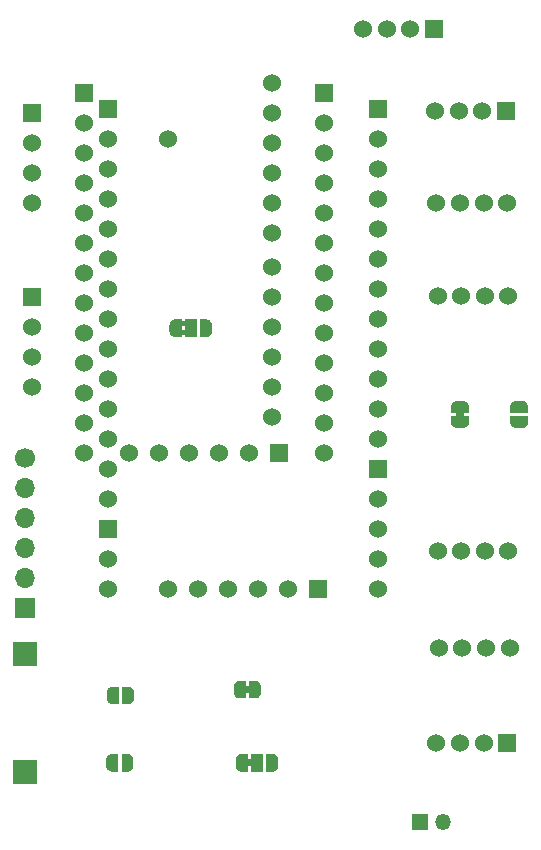
<source format=gbs>
G04 #@! TF.GenerationSoftware,KiCad,Pcbnew,(5.0.0-3-g5ebb6b6)*
G04 #@! TF.CreationDate,2018-08-17T21:51:14+02:00*
G04 #@! TF.ProjectId,beep-pcb-v1.4-in-cover,626565702D7063622D76312E342D696E,rev?*
G04 #@! TF.SameCoordinates,Original*
G04 #@! TF.FileFunction,Soldermask,Bot*
G04 #@! TF.FilePolarity,Negative*
%FSLAX46Y46*%
G04 Gerber Fmt 4.6, Leading zero omitted, Abs format (unit mm)*
G04 Created by KiCad (PCBNEW (5.0.0-3-g5ebb6b6)) date 2018 August 17, Friday 21:51:14*
%MOMM*%
%LPD*%
G01*
G04 APERTURE LIST*
%ADD10R,1.524000X1.524000*%
%ADD11C,1.524000*%
%ADD12C,0.500000*%
%ADD13C,0.100000*%
%ADD14R,1.700000X1.700000*%
%ADD15O,1.700000X1.700000*%
%ADD16C,1.700000*%
%ADD17R,1.000000X1.500000*%
%ADD18R,1.998980X1.998980*%
%ADD19O,1.350000X1.350000*%
%ADD20R,1.350000X1.350000*%
G04 APERTURE END LIST*
D10*
G04 #@! TO.C,U2*
X79965000Y-91780000D03*
D11*
X79965000Y-94320000D03*
X79965000Y-96860000D03*
X79965000Y-99400000D03*
X100330000Y-101940000D03*
X100330000Y-99400000D03*
X100330000Y-96860000D03*
X100330000Y-94320000D03*
X100330000Y-91780000D03*
X100330000Y-89240000D03*
G04 #@! TD*
D10*
G04 #@! TO.C,U3*
X79965000Y-76200000D03*
D11*
X79965000Y-78740000D03*
X79965000Y-81280000D03*
X79965000Y-83820000D03*
X100330000Y-86360000D03*
X100330000Y-83820000D03*
X100330000Y-81280000D03*
X100330000Y-78740000D03*
X100330000Y-76200000D03*
X100330000Y-73660000D03*
G04 #@! TD*
D12*
G04 #@! TO.C,JP2*
X121230000Y-102390000D03*
D13*
G36*
X121980000Y-101890000D02*
X121980000Y-102390000D01*
X121979398Y-102390000D01*
X121979398Y-102414534D01*
X121974588Y-102463365D01*
X121965016Y-102511490D01*
X121950772Y-102558445D01*
X121931995Y-102603778D01*
X121908864Y-102647051D01*
X121881604Y-102687850D01*
X121850476Y-102725779D01*
X121815779Y-102760476D01*
X121777850Y-102791604D01*
X121737051Y-102818864D01*
X121693778Y-102841995D01*
X121648445Y-102860772D01*
X121601490Y-102875016D01*
X121553365Y-102884588D01*
X121504534Y-102889398D01*
X121480000Y-102889398D01*
X121480000Y-102890000D01*
X120980000Y-102890000D01*
X120980000Y-102889398D01*
X120955466Y-102889398D01*
X120906635Y-102884588D01*
X120858510Y-102875016D01*
X120811555Y-102860772D01*
X120766222Y-102841995D01*
X120722949Y-102818864D01*
X120682150Y-102791604D01*
X120644221Y-102760476D01*
X120609524Y-102725779D01*
X120578396Y-102687850D01*
X120551136Y-102647051D01*
X120528005Y-102603778D01*
X120509228Y-102558445D01*
X120494984Y-102511490D01*
X120485412Y-102463365D01*
X120480602Y-102414534D01*
X120480602Y-102390000D01*
X120480000Y-102390000D01*
X120480000Y-101890000D01*
X121980000Y-101890000D01*
X121980000Y-101890000D01*
G37*
D12*
X121230000Y-101090000D03*
D13*
G36*
X120480602Y-101090000D02*
X120480602Y-101065466D01*
X120485412Y-101016635D01*
X120494984Y-100968510D01*
X120509228Y-100921555D01*
X120528005Y-100876222D01*
X120551136Y-100832949D01*
X120578396Y-100792150D01*
X120609524Y-100754221D01*
X120644221Y-100719524D01*
X120682150Y-100688396D01*
X120722949Y-100661136D01*
X120766222Y-100638005D01*
X120811555Y-100619228D01*
X120858510Y-100604984D01*
X120906635Y-100595412D01*
X120955466Y-100590602D01*
X120980000Y-100590602D01*
X120980000Y-100590000D01*
X121480000Y-100590000D01*
X121480000Y-100590602D01*
X121504534Y-100590602D01*
X121553365Y-100595412D01*
X121601490Y-100604984D01*
X121648445Y-100619228D01*
X121693778Y-100638005D01*
X121737051Y-100661136D01*
X121777850Y-100688396D01*
X121815779Y-100719524D01*
X121850476Y-100754221D01*
X121881604Y-100792150D01*
X121908864Y-100832949D01*
X121931995Y-100876222D01*
X121950772Y-100921555D01*
X121965016Y-100968510D01*
X121974588Y-101016635D01*
X121979398Y-101065466D01*
X121979398Y-101090000D01*
X121980000Y-101090000D01*
X121980000Y-101590000D01*
X120480000Y-101590000D01*
X120480000Y-101090000D01*
X120480602Y-101090000D01*
X120480602Y-101090000D01*
G37*
G04 #@! TD*
D10*
G04 #@! TO.C,J2*
X120230000Y-129540000D03*
D11*
X118230000Y-129540000D03*
X116230000Y-129540000D03*
X114230000Y-129540000D03*
G04 #@! TD*
G04 #@! TO.C,J3*
X120230000Y-83840000D03*
X118230000Y-83840000D03*
X116230000Y-83840000D03*
X114230000Y-83840000D03*
G04 #@! TD*
G04 #@! TO.C,J4*
X114430000Y-121540000D03*
X116430000Y-121540000D03*
X118430000Y-121540000D03*
X120430000Y-121540000D03*
G04 #@! TD*
D14*
G04 #@! TO.C,J5*
X79375000Y-118110000D03*
D15*
X79375000Y-115570000D03*
X79375000Y-113030000D03*
X79375000Y-110490000D03*
X79375000Y-107950000D03*
D16*
X79375000Y-105410000D03*
G04 #@! TD*
D11*
G04 #@! TO.C,J6*
X120330000Y-91740000D03*
X118330000Y-91740000D03*
X116330000Y-91740000D03*
X114330000Y-91740000D03*
G04 #@! TD*
G04 #@! TO.C,J7*
X120330000Y-113340000D03*
X118330000Y-113340000D03*
X116330000Y-113340000D03*
X114330000Y-113340000D03*
G04 #@! TD*
G04 #@! TO.C,J8*
X108030000Y-69140000D03*
X110030000Y-69140000D03*
X112030000Y-69140000D03*
D10*
X114030000Y-69140000D03*
G04 #@! TD*
G04 #@! TO.C,J9*
X120130000Y-76040000D03*
D11*
X118130000Y-76040000D03*
X116130000Y-76040000D03*
X114130000Y-76040000D03*
G04 #@! TD*
G04 #@! TO.C,U1*
X84420000Y-105015000D03*
X84420000Y-102475000D03*
X84420000Y-99935000D03*
X84420000Y-97395000D03*
X84420000Y-94855000D03*
X84420000Y-92315000D03*
X84420000Y-89775000D03*
X84420000Y-87235000D03*
X84420000Y-84695000D03*
X84420000Y-82155000D03*
X84420000Y-79615000D03*
X84420000Y-77075000D03*
D10*
X84420000Y-74535000D03*
D11*
X104740000Y-105015000D03*
X104740000Y-102475000D03*
X104740000Y-99935000D03*
X104740000Y-97395000D03*
X104740000Y-94855000D03*
X104740000Y-92315000D03*
X104740000Y-89775000D03*
X104740000Y-87235000D03*
X104740000Y-84695000D03*
X104740000Y-82155000D03*
X104740000Y-79615000D03*
X104740000Y-77075000D03*
D10*
X104740000Y-74535000D03*
X100930000Y-105015000D03*
D11*
X98390000Y-105015000D03*
X95850000Y-105015000D03*
X93310000Y-105015000D03*
X90770000Y-105015000D03*
X88230000Y-105015000D03*
G04 #@! TD*
D10*
G04 #@! TO.C,U4*
X86390000Y-75870000D03*
D11*
X86390000Y-78410000D03*
X86390000Y-80950000D03*
X86390000Y-83490000D03*
X86390000Y-86030000D03*
X86390000Y-88570000D03*
X86390000Y-91110000D03*
X86390000Y-93650000D03*
X86390000Y-96190000D03*
X86390000Y-98730000D03*
X86390000Y-101270000D03*
X86390000Y-103810000D03*
X86390000Y-106350000D03*
X86390000Y-108890000D03*
D10*
X86390000Y-111430000D03*
D11*
X86390000Y-113970000D03*
X86390000Y-116510000D03*
X91470000Y-116510000D03*
X94010000Y-116510000D03*
X96550000Y-116510000D03*
X99090000Y-116510000D03*
X101630000Y-116510000D03*
D10*
X104170000Y-116510000D03*
D11*
X109250000Y-116510000D03*
X109250000Y-113970000D03*
X109250000Y-111430000D03*
X109250000Y-108890000D03*
D10*
X109250000Y-106350000D03*
D11*
X109250000Y-103810000D03*
X109250000Y-101270000D03*
X109250000Y-98730000D03*
X109250000Y-96190000D03*
X109250000Y-93650000D03*
X109250000Y-91110000D03*
X109250000Y-88570000D03*
X109250000Y-86030000D03*
X109250000Y-83490000D03*
X109250000Y-80950000D03*
X109250000Y-78410000D03*
D10*
X109250000Y-75870000D03*
D11*
X91470000Y-78410000D03*
G04 #@! TD*
D12*
G04 #@! TO.C,JP1*
X116230000Y-102390000D03*
D13*
G36*
X115930000Y-101890000D02*
X115930000Y-101490000D01*
X116530000Y-101490000D01*
X116530000Y-101890000D01*
X116980000Y-101890000D01*
X116980000Y-102390000D01*
X116979398Y-102390000D01*
X116979398Y-102414534D01*
X116974588Y-102463365D01*
X116965016Y-102511490D01*
X116950772Y-102558445D01*
X116931995Y-102603778D01*
X116908864Y-102647051D01*
X116881604Y-102687850D01*
X116850476Y-102725779D01*
X116815779Y-102760476D01*
X116777850Y-102791604D01*
X116737051Y-102818864D01*
X116693778Y-102841995D01*
X116648445Y-102860772D01*
X116601490Y-102875016D01*
X116553365Y-102884588D01*
X116504534Y-102889398D01*
X116480000Y-102889398D01*
X116480000Y-102890000D01*
X115980000Y-102890000D01*
X115980000Y-102889398D01*
X115955466Y-102889398D01*
X115906635Y-102884588D01*
X115858510Y-102875016D01*
X115811555Y-102860772D01*
X115766222Y-102841995D01*
X115722949Y-102818864D01*
X115682150Y-102791604D01*
X115644221Y-102760476D01*
X115609524Y-102725779D01*
X115578396Y-102687850D01*
X115551136Y-102647051D01*
X115528005Y-102603778D01*
X115509228Y-102558445D01*
X115494984Y-102511490D01*
X115485412Y-102463365D01*
X115480602Y-102414534D01*
X115480602Y-102390000D01*
X115480000Y-102390000D01*
X115480000Y-101890000D01*
X115930000Y-101890000D01*
X115930000Y-101890000D01*
G37*
D12*
X116230000Y-101090000D03*
D13*
G36*
X115480602Y-101090000D02*
X115480602Y-101065466D01*
X115485412Y-101016635D01*
X115494984Y-100968510D01*
X115509228Y-100921555D01*
X115528005Y-100876222D01*
X115551136Y-100832949D01*
X115578396Y-100792150D01*
X115609524Y-100754221D01*
X115644221Y-100719524D01*
X115682150Y-100688396D01*
X115722949Y-100661136D01*
X115766222Y-100638005D01*
X115811555Y-100619228D01*
X115858510Y-100604984D01*
X115906635Y-100595412D01*
X115955466Y-100590602D01*
X115980000Y-100590602D01*
X115980000Y-100590000D01*
X116480000Y-100590000D01*
X116480000Y-100590602D01*
X116504534Y-100590602D01*
X116553365Y-100595412D01*
X116601490Y-100604984D01*
X116648445Y-100619228D01*
X116693778Y-100638005D01*
X116737051Y-100661136D01*
X116777850Y-100688396D01*
X116815779Y-100719524D01*
X116850476Y-100754221D01*
X116881604Y-100792150D01*
X116908864Y-100832949D01*
X116931995Y-100876222D01*
X116950772Y-100921555D01*
X116965016Y-100968510D01*
X116974588Y-101016635D01*
X116979398Y-101065466D01*
X116979398Y-101090000D01*
X116980000Y-101090000D01*
X116980000Y-101590000D01*
X115480000Y-101590000D01*
X115480000Y-101090000D01*
X115480602Y-101090000D01*
X115480602Y-101090000D01*
G37*
G04 #@! TD*
D12*
G04 #@! TO.C,JP3*
X86780000Y-131240000D03*
D13*
G36*
X87280000Y-131990000D02*
X86780000Y-131990000D01*
X86780000Y-131989398D01*
X86755466Y-131989398D01*
X86706635Y-131984588D01*
X86658510Y-131975016D01*
X86611555Y-131960772D01*
X86566222Y-131941995D01*
X86522949Y-131918864D01*
X86482150Y-131891604D01*
X86444221Y-131860476D01*
X86409524Y-131825779D01*
X86378396Y-131787850D01*
X86351136Y-131747051D01*
X86328005Y-131703778D01*
X86309228Y-131658445D01*
X86294984Y-131611490D01*
X86285412Y-131563365D01*
X86280602Y-131514534D01*
X86280602Y-131490000D01*
X86280000Y-131490000D01*
X86280000Y-130990000D01*
X86280602Y-130990000D01*
X86280602Y-130965466D01*
X86285412Y-130916635D01*
X86294984Y-130868510D01*
X86309228Y-130821555D01*
X86328005Y-130776222D01*
X86351136Y-130732949D01*
X86378396Y-130692150D01*
X86409524Y-130654221D01*
X86444221Y-130619524D01*
X86482150Y-130588396D01*
X86522949Y-130561136D01*
X86566222Y-130538005D01*
X86611555Y-130519228D01*
X86658510Y-130504984D01*
X86706635Y-130495412D01*
X86755466Y-130490602D01*
X86780000Y-130490602D01*
X86780000Y-130490000D01*
X87280000Y-130490000D01*
X87280000Y-131990000D01*
X87280000Y-131990000D01*
G37*
D12*
X88080000Y-131240000D03*
D13*
G36*
X88080000Y-130490602D02*
X88104534Y-130490602D01*
X88153365Y-130495412D01*
X88201490Y-130504984D01*
X88248445Y-130519228D01*
X88293778Y-130538005D01*
X88337051Y-130561136D01*
X88377850Y-130588396D01*
X88415779Y-130619524D01*
X88450476Y-130654221D01*
X88481604Y-130692150D01*
X88508864Y-130732949D01*
X88531995Y-130776222D01*
X88550772Y-130821555D01*
X88565016Y-130868510D01*
X88574588Y-130916635D01*
X88579398Y-130965466D01*
X88579398Y-130990000D01*
X88580000Y-130990000D01*
X88580000Y-131490000D01*
X88579398Y-131490000D01*
X88579398Y-131514534D01*
X88574588Y-131563365D01*
X88565016Y-131611490D01*
X88550772Y-131658445D01*
X88531995Y-131703778D01*
X88508864Y-131747051D01*
X88481604Y-131787850D01*
X88450476Y-131825779D01*
X88415779Y-131860476D01*
X88377850Y-131891604D01*
X88337051Y-131918864D01*
X88293778Y-131941995D01*
X88248445Y-131960772D01*
X88201490Y-131975016D01*
X88153365Y-131984588D01*
X88104534Y-131989398D01*
X88080000Y-131989398D01*
X88080000Y-131990000D01*
X87580000Y-131990000D01*
X87580000Y-130490000D01*
X88080000Y-130490000D01*
X88080000Y-130490602D01*
X88080000Y-130490602D01*
G37*
G04 #@! TD*
D12*
G04 #@! TO.C,JP4*
X88130000Y-125540000D03*
D13*
G36*
X88130000Y-124790602D02*
X88154534Y-124790602D01*
X88203365Y-124795412D01*
X88251490Y-124804984D01*
X88298445Y-124819228D01*
X88343778Y-124838005D01*
X88387051Y-124861136D01*
X88427850Y-124888396D01*
X88465779Y-124919524D01*
X88500476Y-124954221D01*
X88531604Y-124992150D01*
X88558864Y-125032949D01*
X88581995Y-125076222D01*
X88600772Y-125121555D01*
X88615016Y-125168510D01*
X88624588Y-125216635D01*
X88629398Y-125265466D01*
X88629398Y-125290000D01*
X88630000Y-125290000D01*
X88630000Y-125790000D01*
X88629398Y-125790000D01*
X88629398Y-125814534D01*
X88624588Y-125863365D01*
X88615016Y-125911490D01*
X88600772Y-125958445D01*
X88581995Y-126003778D01*
X88558864Y-126047051D01*
X88531604Y-126087850D01*
X88500476Y-126125779D01*
X88465779Y-126160476D01*
X88427850Y-126191604D01*
X88387051Y-126218864D01*
X88343778Y-126241995D01*
X88298445Y-126260772D01*
X88251490Y-126275016D01*
X88203365Y-126284588D01*
X88154534Y-126289398D01*
X88130000Y-126289398D01*
X88130000Y-126290000D01*
X87630000Y-126290000D01*
X87630000Y-124790000D01*
X88130000Y-124790000D01*
X88130000Y-124790602D01*
X88130000Y-124790602D01*
G37*
D12*
X86830000Y-125540000D03*
D13*
G36*
X87330000Y-126290000D02*
X86830000Y-126290000D01*
X86830000Y-126289398D01*
X86805466Y-126289398D01*
X86756635Y-126284588D01*
X86708510Y-126275016D01*
X86661555Y-126260772D01*
X86616222Y-126241995D01*
X86572949Y-126218864D01*
X86532150Y-126191604D01*
X86494221Y-126160476D01*
X86459524Y-126125779D01*
X86428396Y-126087850D01*
X86401136Y-126047051D01*
X86378005Y-126003778D01*
X86359228Y-125958445D01*
X86344984Y-125911490D01*
X86335412Y-125863365D01*
X86330602Y-125814534D01*
X86330602Y-125790000D01*
X86330000Y-125790000D01*
X86330000Y-125290000D01*
X86330602Y-125290000D01*
X86330602Y-125265466D01*
X86335412Y-125216635D01*
X86344984Y-125168510D01*
X86359228Y-125121555D01*
X86378005Y-125076222D01*
X86401136Y-125032949D01*
X86428396Y-124992150D01*
X86459524Y-124954221D01*
X86494221Y-124919524D01*
X86532150Y-124888396D01*
X86572949Y-124861136D01*
X86616222Y-124838005D01*
X86661555Y-124819228D01*
X86708510Y-124804984D01*
X86756635Y-124795412D01*
X86805466Y-124790602D01*
X86830000Y-124790602D01*
X86830000Y-124790000D01*
X87330000Y-124790000D01*
X87330000Y-126290000D01*
X87330000Y-126290000D01*
G37*
G04 #@! TD*
D12*
G04 #@! TO.C,JP5*
X97580000Y-125040000D03*
D13*
G36*
X97580000Y-125789398D02*
X97555466Y-125789398D01*
X97506635Y-125784588D01*
X97458510Y-125775016D01*
X97411555Y-125760772D01*
X97366222Y-125741995D01*
X97322949Y-125718864D01*
X97282150Y-125691604D01*
X97244221Y-125660476D01*
X97209524Y-125625779D01*
X97178396Y-125587850D01*
X97151136Y-125547051D01*
X97128005Y-125503778D01*
X97109228Y-125458445D01*
X97094984Y-125411490D01*
X97085412Y-125363365D01*
X97080602Y-125314534D01*
X97080602Y-125290000D01*
X97080000Y-125290000D01*
X97080000Y-124790000D01*
X97080602Y-124790000D01*
X97080602Y-124765466D01*
X97085412Y-124716635D01*
X97094984Y-124668510D01*
X97109228Y-124621555D01*
X97128005Y-124576222D01*
X97151136Y-124532949D01*
X97178396Y-124492150D01*
X97209524Y-124454221D01*
X97244221Y-124419524D01*
X97282150Y-124388396D01*
X97322949Y-124361136D01*
X97366222Y-124338005D01*
X97411555Y-124319228D01*
X97458510Y-124304984D01*
X97506635Y-124295412D01*
X97555466Y-124290602D01*
X97580000Y-124290602D01*
X97580000Y-124290000D01*
X98080000Y-124290000D01*
X98080000Y-125790000D01*
X97580000Y-125790000D01*
X97580000Y-125789398D01*
X97580000Y-125789398D01*
G37*
D12*
X98880000Y-125040000D03*
D13*
G36*
X98380000Y-125340000D02*
X97980000Y-125340000D01*
X97980000Y-124740000D01*
X98380000Y-124740000D01*
X98380000Y-124290000D01*
X98880000Y-124290000D01*
X98880000Y-124290602D01*
X98904534Y-124290602D01*
X98953365Y-124295412D01*
X99001490Y-124304984D01*
X99048445Y-124319228D01*
X99093778Y-124338005D01*
X99137051Y-124361136D01*
X99177850Y-124388396D01*
X99215779Y-124419524D01*
X99250476Y-124454221D01*
X99281604Y-124492150D01*
X99308864Y-124532949D01*
X99331995Y-124576222D01*
X99350772Y-124621555D01*
X99365016Y-124668510D01*
X99374588Y-124716635D01*
X99379398Y-124765466D01*
X99379398Y-124790000D01*
X99380000Y-124790000D01*
X99380000Y-125290000D01*
X99379398Y-125290000D01*
X99379398Y-125314534D01*
X99374588Y-125363365D01*
X99365016Y-125411490D01*
X99350772Y-125458445D01*
X99331995Y-125503778D01*
X99308864Y-125547051D01*
X99281604Y-125587850D01*
X99250476Y-125625779D01*
X99215779Y-125660476D01*
X99177850Y-125691604D01*
X99137051Y-125718864D01*
X99093778Y-125741995D01*
X99048445Y-125760772D01*
X99001490Y-125775016D01*
X98953365Y-125784588D01*
X98904534Y-125789398D01*
X98880000Y-125789398D01*
X98880000Y-125790000D01*
X98380000Y-125790000D01*
X98380000Y-125340000D01*
X98380000Y-125340000D01*
G37*
G04 #@! TD*
D12*
G04 #@! TO.C,JP6*
X97730000Y-131240000D03*
D13*
G36*
X98280000Y-130940000D02*
X98630000Y-130940000D01*
X98630000Y-131540000D01*
X98280000Y-131540000D01*
X98280000Y-131990000D01*
X97730000Y-131990000D01*
X97730000Y-131989398D01*
X97705466Y-131989398D01*
X97656635Y-131984588D01*
X97608510Y-131975016D01*
X97561555Y-131960772D01*
X97516222Y-131941995D01*
X97472949Y-131918864D01*
X97432150Y-131891604D01*
X97394221Y-131860476D01*
X97359524Y-131825779D01*
X97328396Y-131787850D01*
X97301136Y-131747051D01*
X97278005Y-131703778D01*
X97259228Y-131658445D01*
X97244984Y-131611490D01*
X97235412Y-131563365D01*
X97230602Y-131514534D01*
X97230602Y-131490000D01*
X97230000Y-131490000D01*
X97230000Y-130990000D01*
X97230602Y-130990000D01*
X97230602Y-130965466D01*
X97235412Y-130916635D01*
X97244984Y-130868510D01*
X97259228Y-130821555D01*
X97278005Y-130776222D01*
X97301136Y-130732949D01*
X97328396Y-130692150D01*
X97359524Y-130654221D01*
X97394221Y-130619524D01*
X97432150Y-130588396D01*
X97472949Y-130561136D01*
X97516222Y-130538005D01*
X97561555Y-130519228D01*
X97608510Y-130504984D01*
X97656635Y-130495412D01*
X97705466Y-130490602D01*
X97730000Y-130490602D01*
X97730000Y-130490000D01*
X98280000Y-130490000D01*
X98280000Y-130940000D01*
X98280000Y-130940000D01*
G37*
D12*
X100330000Y-131240000D03*
D13*
G36*
X100330000Y-130490602D02*
X100354534Y-130490602D01*
X100403365Y-130495412D01*
X100451490Y-130504984D01*
X100498445Y-130519228D01*
X100543778Y-130538005D01*
X100587051Y-130561136D01*
X100627850Y-130588396D01*
X100665779Y-130619524D01*
X100700476Y-130654221D01*
X100731604Y-130692150D01*
X100758864Y-130732949D01*
X100781995Y-130776222D01*
X100800772Y-130821555D01*
X100815016Y-130868510D01*
X100824588Y-130916635D01*
X100829398Y-130965466D01*
X100829398Y-130990000D01*
X100830000Y-130990000D01*
X100830000Y-131490000D01*
X100829398Y-131490000D01*
X100829398Y-131514534D01*
X100824588Y-131563365D01*
X100815016Y-131611490D01*
X100800772Y-131658445D01*
X100781995Y-131703778D01*
X100758864Y-131747051D01*
X100731604Y-131787850D01*
X100700476Y-131825779D01*
X100665779Y-131860476D01*
X100627850Y-131891604D01*
X100587051Y-131918864D01*
X100543778Y-131941995D01*
X100498445Y-131960772D01*
X100451490Y-131975016D01*
X100403365Y-131984588D01*
X100354534Y-131989398D01*
X100330000Y-131989398D01*
X100330000Y-131990000D01*
X99780000Y-131990000D01*
X99780000Y-130490000D01*
X100330000Y-130490000D01*
X100330000Y-130490602D01*
X100330000Y-130490602D01*
G37*
D17*
X99030000Y-131240000D03*
G04 #@! TD*
D18*
G04 #@! TO.C,R1*
X79375000Y-132001260D03*
X79375000Y-121998740D03*
G04 #@! TD*
D19*
G04 #@! TO.C,J1*
X114830000Y-136240000D03*
D20*
X112830000Y-136240000D03*
G04 #@! TD*
D12*
G04 #@! TO.C,JP7*
X92130000Y-94440000D03*
D13*
G36*
X92680000Y-93840000D02*
X93030000Y-93840000D01*
X93030000Y-94240000D01*
X92680000Y-94240000D01*
X92680000Y-94640000D01*
X93030000Y-94640000D01*
X93030000Y-95040000D01*
X92680000Y-95040000D01*
X92680000Y-95190000D01*
X92130000Y-95190000D01*
X92130000Y-95189398D01*
X92105466Y-95189398D01*
X92056635Y-95184588D01*
X92008510Y-95175016D01*
X91961555Y-95160772D01*
X91916222Y-95141995D01*
X91872949Y-95118864D01*
X91832150Y-95091604D01*
X91794221Y-95060476D01*
X91759524Y-95025779D01*
X91728396Y-94987850D01*
X91701136Y-94947051D01*
X91678005Y-94903778D01*
X91659228Y-94858445D01*
X91644984Y-94811490D01*
X91635412Y-94763365D01*
X91630602Y-94714534D01*
X91630602Y-94690000D01*
X91630000Y-94690000D01*
X91630000Y-94190000D01*
X91630602Y-94190000D01*
X91630602Y-94165466D01*
X91635412Y-94116635D01*
X91644984Y-94068510D01*
X91659228Y-94021555D01*
X91678005Y-93976222D01*
X91701136Y-93932949D01*
X91728396Y-93892150D01*
X91759524Y-93854221D01*
X91794221Y-93819524D01*
X91832150Y-93788396D01*
X91872949Y-93761136D01*
X91916222Y-93738005D01*
X91961555Y-93719228D01*
X92008510Y-93704984D01*
X92056635Y-93695412D01*
X92105466Y-93690602D01*
X92130000Y-93690602D01*
X92130000Y-93690000D01*
X92680000Y-93690000D01*
X92680000Y-93840000D01*
X92680000Y-93840000D01*
G37*
D12*
X94730000Y-94440000D03*
D13*
G36*
X94730000Y-93690602D02*
X94754534Y-93690602D01*
X94803365Y-93695412D01*
X94851490Y-93704984D01*
X94898445Y-93719228D01*
X94943778Y-93738005D01*
X94987051Y-93761136D01*
X95027850Y-93788396D01*
X95065779Y-93819524D01*
X95100476Y-93854221D01*
X95131604Y-93892150D01*
X95158864Y-93932949D01*
X95181995Y-93976222D01*
X95200772Y-94021555D01*
X95215016Y-94068510D01*
X95224588Y-94116635D01*
X95229398Y-94165466D01*
X95229398Y-94190000D01*
X95230000Y-94190000D01*
X95230000Y-94690000D01*
X95229398Y-94690000D01*
X95229398Y-94714534D01*
X95224588Y-94763365D01*
X95215016Y-94811490D01*
X95200772Y-94858445D01*
X95181995Y-94903778D01*
X95158864Y-94947051D01*
X95131604Y-94987850D01*
X95100476Y-95025779D01*
X95065779Y-95060476D01*
X95027850Y-95091604D01*
X94987051Y-95118864D01*
X94943778Y-95141995D01*
X94898445Y-95160772D01*
X94851490Y-95175016D01*
X94803365Y-95184588D01*
X94754534Y-95189398D01*
X94730000Y-95189398D01*
X94730000Y-95190000D01*
X94180000Y-95190000D01*
X94180000Y-93690000D01*
X94730000Y-93690000D01*
X94730000Y-93690602D01*
X94730000Y-93690602D01*
G37*
D17*
X93430000Y-94440000D03*
G04 #@! TD*
M02*

</source>
